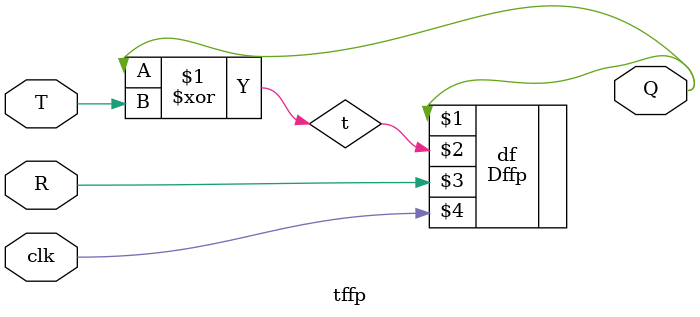
<source format=v>
module tffp(Q,T,R,clk);
  input T,R,clk;
  output Q;
  wire t;
  xor (t,Q,T);
  Dffp df(Q,t,R,clk);
endmodule


</source>
